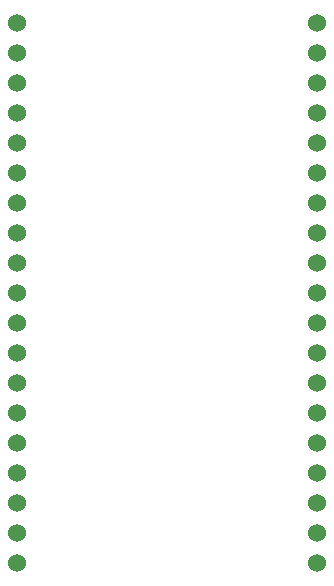
<source format=gbr>
%TF.GenerationSoftware,KiCad,Pcbnew,(6.0.2)*%
%TF.CreationDate,2022-05-01T20:43:16+10:00*%
%TF.ProjectId,brother-esp32,62726f74-6865-4722-9d65-737033322e6b,rev?*%
%TF.SameCoordinates,Original*%
%TF.FileFunction,Soldermask,Bot*%
%TF.FilePolarity,Negative*%
%FSLAX46Y46*%
G04 Gerber Fmt 4.6, Leading zero omitted, Abs format (unit mm)*
G04 Created by KiCad (PCBNEW (6.0.2)) date 2022-05-01 20:43:16*
%MOMM*%
%LPD*%
G01*
G04 APERTURE LIST*
%ADD10C,1.524000*%
G04 APERTURE END LIST*
D10*
%TO.C,U2*%
X121110000Y-36872500D03*
X121110000Y-39412500D03*
X121110000Y-41952500D03*
X121110000Y-44492500D03*
X121110000Y-47032500D03*
X121110000Y-49572500D03*
X121110000Y-52112500D03*
X121110000Y-54652500D03*
X121110000Y-57192500D03*
X121110000Y-59732500D03*
X121110000Y-62272500D03*
X121110000Y-64812500D03*
X121110000Y-67352500D03*
X121110000Y-69892500D03*
X121110000Y-72432500D03*
X121110000Y-74972500D03*
X121110000Y-77512500D03*
X121110000Y-80052500D03*
X121110000Y-82592500D03*
X146510000Y-82592500D03*
X146510000Y-80052500D03*
X146510000Y-77512500D03*
X146510000Y-74972500D03*
X146510000Y-72432500D03*
X146510000Y-69892500D03*
X146510000Y-67352500D03*
X146510000Y-64812500D03*
X146510000Y-62272500D03*
X146510000Y-59732500D03*
X146510000Y-57192500D03*
X146510000Y-54652500D03*
X146510000Y-52112500D03*
X146510000Y-49572500D03*
X146510000Y-47032500D03*
X146510000Y-44492500D03*
X146510000Y-41952500D03*
X146510000Y-39412500D03*
X146510000Y-36872500D03*
%TD*%
M02*

</source>
